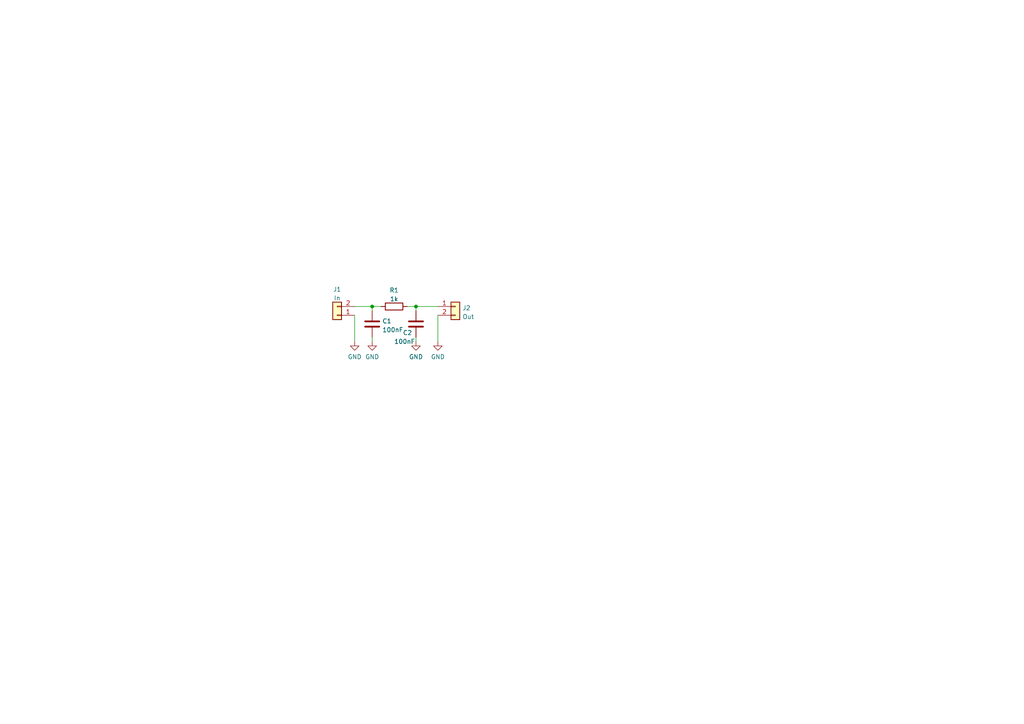
<source format=kicad_sch>
(kicad_sch (version 20211123) (generator eeschema)
  (paper "A4")
  (lib_symbols
    (symbol "Connector_Generic:Conn_01x02" (pin_names (offset 1.016) hide)
      (property "Reference" "J" (at 0 2.54 0))
      (property "Value" "Conn_01x02" (at 0 -5.08 0))
      (symbol "Conn_01x02_1_1"
        (rectangle (start -1.27 -2.413) (end 0 -2.667) (stroke (width 0.1524)))
        (rectangle (start -1.27 0.127) (end 0 -0.127) (stroke (width 0.1524)))
        (rectangle (start -1.27 1.27) (end 1.27 -3.81) (stroke (width 0.254)) (fill (type background)))
        (pin passive line (at -5.08 0 0) (length 3.81) (name "Pin_1") (number "1"))
        (pin passive line (at -5.08 -2.54 0) (length 3.81) (name "Pin_2") (number "2"))
      )
    )
    (symbol "Device:C" (pin_numbers hide) (pin_names (offset 0.254))
      (property "Reference" "C" (at 0.635 2.54 0))
      (property "Value" "C" (at 0.635 -2.54 0))
      (symbol "C_0_1"
        (polyline (pts (xy -2.032 -0.762) (xy 2.032 -0.762)) (stroke (width 0.508)))
        (polyline (pts (xy -2.032 0.762) (xy 2.032 0.762)) (stroke (width 0.508)))
      )
      (symbol "C_1_1"
        (pin passive line (at 0 3.81 270) (length 2.794) (name "~") (number "1"))
        (pin passive line (at 0 -3.81 90) (length 2.794) (name "~") (number "2"))
      )
    )
    (symbol "Device:R" (pin_numbers hide) (pin_names (offset 0))
      (property "Reference" "R" (at 2.032 0 90))
      (property "Value" "R" (at 0 0 90))
      (symbol "R_0_1"
        (rectangle (start -1.016 -2.54) (end 1.016 2.54) (stroke (width 0.254)))
      )
      (symbol "R_1_1"
        (pin passive line (at 0 3.81 270) (length 1.27) (name "~") (number "1"))
        (pin passive line (at 0 -3.81 90) (length 1.27) (name "~") (number "2"))
      )
    )
    (symbol "power:GND" (power) (pin_names (offset 0))
      (property "Value" "GND" (at 0 -3.81 0))
      (symbol "GND_0_1"
        (polyline (pts (xy 0 0) (xy 0 -1.27) (xy 1.27 -1.27) (xy 0 -2.54) (xy -1.27 -1.27) (xy 0 -1.27)))
      )
      (symbol "GND_1_1"
        (pin power_in line (at 0 0 270) (length 0) hide (name "GND") (number "1"))
      )
    )
  )
  (junction (at 120.65 88.9))
  (junction (at 107.95 88.9))
  (wire (pts (xy 107.95 88.9) (xy 110.49 88.9)))
  (wire (pts (xy 118.11 88.9) (xy 120.65 88.9)))
  (wire (pts (xy 107.95 97.79) (xy 107.95 99.06)))
  (wire (pts (xy 120.65 88.9) (xy 120.65 90.17)))
  (wire (pts (xy 107.95 88.9) (xy 107.95 90.17)))
  (wire (pts (xy 127 91.44) (xy 127 99.06)))
  (wire (pts (xy 102.87 88.9) (xy 107.95 88.9)))
  (wire (pts (xy 120.65 88.9) (xy 127 88.9)))
  (wire (pts (xy 120.65 97.79) (xy 120.65 99.06)))
  (wire (pts (xy 102.87 91.44) (xy 102.87 99.06)))
  (symbol (lib_id "Device:C") (at 120.65 93.98 0) (unit 1)
    (property "Reference" "C2" (at 116.84 96.52 0) (effects (justify left)))
    (property "Value" "100nF" (at 114.3 99.06 0) (effects (justify left)))
    (property "Footprint" "Capacitor_THT:C_Disc_D3.0mm_W1.6mm_P2.50mm" (effects hide))
  )
  (symbol (lib_id "Connector_Generic:Conn_01x02") (at 132.08 88.9 0) (unit 1)
    (property "Reference" "J2" (at 134.112 89.3353 0) (effects (justify left)))
    (property "Value" "Out" (at 134.112 91.8722 0) (effects (justify left)))
    (property "Footprint" "Connector_Molex:Molex_KK-254_AE-6410-02A_1x02_P2.54mm_Vertical" (effects hide))
  )
  (symbol (lib_id "power:GND") (at 107.95 99.06 0) (unit 1)
    (property "Reference" "#PWR02" (effects hide))
    (property "Value" "GND" (at 107.95 103.5034 0))
  )
  (symbol (lib_id "Device:R") (at 114.3 88.9 270) (unit 1)
    (property "Reference" "R1" (at 114.3 84.1842 90))
    (property "Value" "1k" (at 114.3 86.7211 90))
    (property "Footprint" "Resistor_THT:R_Axial_DIN0207_L6.3mm_D2.5mm_P7.62mm_Horizontal" (effects hide))
  )
  (symbol (lib_id "power:GND") (at 127 99.06 0) (unit 1)
    (property "Reference" "#PWR04" (effects hide))
    (property "Value" "GND" (at 127 103.5034 0))
  )
  (symbol (lib_id "power:GND") (at 120.65 99.06 0) (unit 1)
    (property "Reference" "#PWR03" (effects hide))
    (property "Value" "GND" (at 120.65 103.5034 0))
  )
  (symbol (lib_id "Connector_Generic:Conn_01x02") (at 97.79 91.44 180) (unit 1)
    (property "Reference" "J1" (at 97.79 83.9302 0))
    (property "Value" "In" (at 97.79 86.4671 0))
    (property "Footprint" "Connector_Molex:Molex_KK-254_AE-6410-02A_1x02_P2.54mm_Vertical" (effects hide))
  )
  (symbol (lib_id "power:GND") (at 102.87 99.06 0) (unit 1)
    (property "Reference" "#PWR01" (effects hide))
    (property "Value" "GND" (at 102.87 103.5034 0))
  )
  (symbol (lib_id "Device:C") (at 107.95 93.98 0) (unit 1)
    (property "Reference" "C1" (at 110.871 93.1453 0) (effects (justify left)))
    (property "Value" "100nF" (at 110.871 95.6822 0) (effects (justify left)))
    (property "Footprint" "Capacitor_THT:C_Disc_D3.0mm_W1.6mm_P2.50mm" (effects hide))
  )
)
</source>
